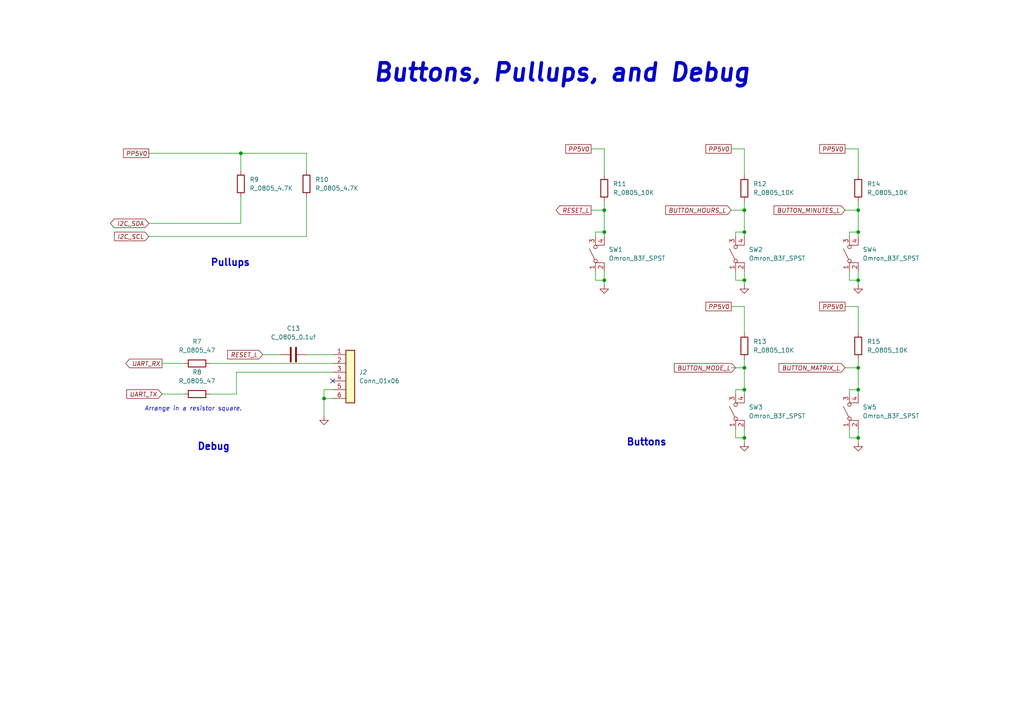
<source format=kicad_sch>
(kicad_sch (version 20211123) (generator eeschema)
  (paper "A4")
  (lib_symbols
    (symbol "HPS:C_0805_0.1uf" (pin_numbers hide) (pin_names (offset 0.254))
      (property "Reference" "C" (at 0.635 2.54 0))
      (property "Value" "C_0805_0.1uf" (at 0.635 -2.54 0))
      (symbol "C_0805_0.1uf_0_1"
        (polyline (pts (xy -2.032 -0.762) (xy 2.032 -0.762)) (stroke (width 0.508)))
        (polyline (pts (xy -2.032 0.762) (xy 2.032 0.762)) (stroke (width 0.508)))
      )
      (symbol "C_0805_0.1uf_1_1"
        (pin passive line (at 0 3.81 270) (length 2.794) (name "~") (number "1"))
        (pin passive line (at 0 -3.81 90) (length 2.794) (name "~") (number "2"))
      )
    )
    (symbol "HPS:Conn_01x06" (pin_names (offset 1.016) hide)
      (property "Reference" "J" (at 0 7.62 0))
      (property "Value" "Conn_01x06" (at 0 -10.16 0))
      (symbol "Conn_01x06_1_1"
        (rectangle (start -1.27 6.35) (end 1.27 -8.89) (stroke (width 0.254)) (fill (type background)))
        (pin passive line (at -5.08 5.08 0) (length 3.81) (name "Pin_1") (number "1"))
        (pin passive line (at -5.08 2.54 0) (length 3.81) (name "Pin_2") (number "2"))
        (pin passive line (at -5.08 0 0) (length 3.81) (name "Pin_3") (number "3"))
        (pin passive line (at -5.08 -2.54 0) (length 3.81) (name "Pin_4") (number "4"))
        (pin passive line (at -5.08 -5.08 0) (length 3.81) (name "Pin_5") (number "5"))
        (pin passive line (at -5.08 -7.62 0) (length 3.81) (name "Pin_6") (number "6"))
      )
    )
    (symbol "HPS:GND" (power) (pin_names (offset 0))
      (property "Value" "GND" (at 0 -3.81 0))
      (symbol "GND_0_1"
        (polyline (pts (xy 0 0) (xy 0 -1.27) (xy 1.27 -1.27) (xy 0 -2.54) (xy -1.27 -1.27) (xy 0 -1.27)))
      )
      (symbol "GND_1_1"
        (pin power_in line (at 0 0 270) (length 0) hide (name "GND") (number "1"))
      )
    )
    (symbol "HPS:Omron_B3F_SPST" (pin_names (offset 0) hide)
      (property "Reference" "SW" (at 0 5.08 0))
      (property "Value" "Omron_B3F_SPST" (at 0 2.54 0))
      (symbol "Omron_B3F_SPST_0_0"
        (circle (center -2.032 0) (radius 0.508))
        (polyline (pts (xy -1.524 0.254) (xy 1.524 1.778)))
        (circle (center 2.032 0) (radius 0.508))
      )
      (symbol "Omron_B3F_SPST_0_1"
        (polyline (pts (xy -2.54 0) (xy -2.54 -2.54)))
        (polyline (pts (xy 2.54 -2.54) (xy 2.54 0)))
      )
      (symbol "Omron_B3F_SPST_1_1"
        (pin passive line (at -5.08 0 0) (length 2.54) (name "A") (number "1"))
        (pin passive line (at -5.08 -2.54 0) (length 2.54) (name "A") (number "2"))
        (pin passive line (at 5.08 0 180) (length 2.54) (name "B") (number "3"))
        (pin passive line (at 5.08 -2.54 180) (length 2.54) (name "B") (number "4"))
      )
    )
    (symbol "HPS:R_0805_10K" (pin_numbers hide) (pin_names (offset 0))
      (property "Reference" "R" (at 2.032 0 90))
      (property "Value" "R_0805_10K" (at -2.54 0 90))
      (symbol "R_0805_10K_0_1"
        (rectangle (start -1.016 -2.54) (end 1.016 2.54) (stroke (width 0.254)))
      )
      (symbol "R_0805_10K_1_1"
        (pin passive line (at 0 3.81 270) (length 1.27) (name "~") (number "1"))
        (pin passive line (at 0 -3.81 90) (length 1.27) (name "~") (number "2"))
      )
    )
    (symbol "HPS:R_0805_4.7K" (pin_numbers hide) (pin_names (offset 0))
      (property "Reference" "R" (at 2.032 0 90))
      (property "Value" "R_0805_4.7K" (at -2.54 0 90))
      (symbol "R_0805_4.7K_0_1"
        (rectangle (start -1.016 -2.54) (end 1.016 2.54) (stroke (width 0.254)))
      )
      (symbol "R_0805_4.7K_1_1"
        (pin passive line (at 0 3.81 270) (length 1.27) (name "~") (number "1"))
        (pin passive line (at 0 -3.81 90) (length 1.27) (name "~") (number "2"))
      )
    )
    (symbol "HPS:R_0805_47" (pin_numbers hide) (pin_names (offset 0))
      (property "Reference" "R" (at 2.032 0 90))
      (property "Value" "R_0805_47" (at -2.54 0 90))
      (symbol "R_0805_47_0_1"
        (rectangle (start -1.016 -2.54) (end 1.016 2.54) (stroke (width 0.254)))
      )
      (symbol "R_0805_47_1_1"
        (pin passive line (at 0 3.81 270) (length 1.27) (name "~") (number "1"))
        (pin passive line (at 0 -3.81 90) (length 1.27) (name "~") (number "2"))
      )
    )
  )
  (junction (at 248.92 67.31))
  (junction (at 175.26 81.28))
  (junction (at 215.9 127))
  (junction (at 248.92 106.68))
  (junction (at 248.92 113.03))
  (junction (at 215.9 113.03))
  (junction (at 248.92 81.28))
  (junction (at 248.92 60.96))
  (junction (at 175.26 67.31))
  (junction (at 215.9 67.31))
  (junction (at 93.98 115.57))
  (junction (at 215.9 81.28))
  (junction (at 215.9 106.68))
  (junction (at 215.9 60.96))
  (junction (at 175.26 60.96))
  (junction (at 248.92 127))
  (junction (at 69.85 44.45))
  (no_connect (at 96.52 110.49))
  (wire (pts (xy 69.85 64.77) (xy 69.85 57.15)))
  (wire (pts (xy 215.9 58.42) (xy 215.9 60.96)))
  (wire (pts (xy 246.38 78.74) (xy 246.38 81.28)))
  (wire (pts (xy 69.85 49.53) (xy 69.85 44.45)))
  (wire (pts (xy 76.2 102.87) (xy 81.28 102.87)))
  (wire (pts (xy 60.96 114.3) (xy 68.58 114.3)))
  (wire (pts (xy 248.92 81.28) (xy 248.92 78.74)))
  (wire (pts (xy 248.92 43.18) (xy 248.92 50.8)))
  (wire (pts (xy 248.92 68.58) (xy 248.92 67.31)))
  (wire (pts (xy 213.36 124.46) (xy 213.36 127)))
  (wire (pts (xy 215.9 127) (xy 215.9 128.27)))
  (wire (pts (xy 248.92 88.9) (xy 248.92 96.52)))
  (wire (pts (xy 213.36 114.3) (xy 213.36 113.03)))
  (wire (pts (xy 246.38 81.28) (xy 248.92 81.28)))
  (wire (pts (xy 248.92 81.28) (xy 248.92 82.55)))
  (wire (pts (xy 43.18 64.77) (xy 69.85 64.77)))
  (wire (pts (xy 213.36 127) (xy 215.9 127)))
  (wire (pts (xy 175.26 81.28) (xy 175.26 82.55)))
  (wire (pts (xy 248.92 114.3) (xy 248.92 113.03)))
  (wire (pts (xy 248.92 58.42) (xy 248.92 60.96)))
  (wire (pts (xy 215.9 60.96) (xy 212.09 60.96)))
  (wire (pts (xy 175.26 60.96) (xy 175.26 67.31)))
  (wire (pts (xy 215.9 81.28) (xy 215.9 78.74)))
  (wire (pts (xy 215.9 106.68) (xy 212.09 106.68)))
  (wire (pts (xy 215.9 106.68) (xy 215.9 113.03)))
  (wire (pts (xy 93.98 115.57) (xy 93.98 113.03)))
  (wire (pts (xy 212.09 43.18) (xy 215.9 43.18)))
  (wire (pts (xy 172.72 78.74) (xy 172.72 81.28)))
  (wire (pts (xy 246.38 114.3) (xy 246.38 113.03)))
  (wire (pts (xy 213.36 68.58) (xy 213.36 67.31)))
  (wire (pts (xy 43.18 68.58) (xy 88.9 68.58)))
  (wire (pts (xy 213.36 78.74) (xy 213.36 81.28)))
  (wire (pts (xy 171.45 43.18) (xy 175.26 43.18)))
  (wire (pts (xy 88.9 49.53) (xy 88.9 44.45)))
  (wire (pts (xy 68.58 107.95) (xy 96.52 107.95)))
  (wire (pts (xy 88.9 68.58) (xy 88.9 57.15)))
  (wire (pts (xy 215.9 104.14) (xy 215.9 106.68)))
  (wire (pts (xy 46.99 114.3) (xy 53.34 114.3)))
  (wire (pts (xy 172.72 67.31) (xy 175.26 67.31)))
  (wire (pts (xy 248.92 127) (xy 248.92 128.27)))
  (wire (pts (xy 213.36 81.28) (xy 215.9 81.28)))
  (wire (pts (xy 212.09 88.9) (xy 215.9 88.9)))
  (wire (pts (xy 175.26 81.28) (xy 175.26 78.74)))
  (wire (pts (xy 215.9 60.96) (xy 215.9 67.31)))
  (wire (pts (xy 246.38 113.03) (xy 248.92 113.03)))
  (wire (pts (xy 93.98 115.57) (xy 96.52 115.57)))
  (wire (pts (xy 175.26 68.58) (xy 175.26 67.31)))
  (wire (pts (xy 43.18 44.45) (xy 69.85 44.45)))
  (wire (pts (xy 248.92 106.68) (xy 245.11 106.68)))
  (wire (pts (xy 246.38 67.31) (xy 248.92 67.31)))
  (wire (pts (xy 68.58 114.3) (xy 68.58 107.95)))
  (wire (pts (xy 93.98 113.03) (xy 96.52 113.03)))
  (wire (pts (xy 248.92 104.14) (xy 248.92 106.68)))
  (wire (pts (xy 215.9 88.9) (xy 215.9 96.52)))
  (wire (pts (xy 248.92 60.96) (xy 248.92 67.31)))
  (wire (pts (xy 175.26 58.42) (xy 175.26 60.96)))
  (wire (pts (xy 172.72 68.58) (xy 172.72 67.31)))
  (wire (pts (xy 175.26 60.96) (xy 171.45 60.96)))
  (wire (pts (xy 60.96 105.41) (xy 96.52 105.41)))
  (wire (pts (xy 213.36 113.03) (xy 215.9 113.03)))
  (wire (pts (xy 246.38 127) (xy 248.92 127)))
  (wire (pts (xy 245.11 43.18) (xy 248.92 43.18)))
  (wire (pts (xy 215.9 43.18) (xy 215.9 50.8)))
  (wire (pts (xy 248.92 60.96) (xy 245.11 60.96)))
  (wire (pts (xy 213.36 67.31) (xy 215.9 67.31)))
  (wire (pts (xy 215.9 127) (xy 215.9 124.46)))
  (wire (pts (xy 46.99 105.41) (xy 53.34 105.41)))
  (wire (pts (xy 215.9 81.28) (xy 215.9 82.55)))
  (wire (pts (xy 215.9 68.58) (xy 215.9 67.31)))
  (wire (pts (xy 69.85 44.45) (xy 88.9 44.45)))
  (wire (pts (xy 246.38 124.46) (xy 246.38 127)))
  (wire (pts (xy 245.11 88.9) (xy 248.92 88.9)))
  (wire (pts (xy 248.92 106.68) (xy 248.92 113.03)))
  (wire (pts (xy 248.92 127) (xy 248.92 124.46)))
  (wire (pts (xy 246.38 68.58) (xy 246.38 67.31)))
  (wire (pts (xy 93.98 115.57) (xy 93.98 120.65)))
  (wire (pts (xy 88.9 102.87) (xy 96.52 102.87)))
  (wire (pts (xy 175.26 43.18) (xy 175.26 50.8)))
  (wire (pts (xy 172.72 81.28) (xy 175.26 81.28)))
  (wire (pts (xy 215.9 114.3) (xy 215.9 113.03)))
  (text "Debug" (at 57.15 130.81 0) (effects (font (size 2 2) (thickness 0.4) bold) (justify left bottom)))
  (text "Buttons, Pullups, and Debug" (at 107.95 24.13 0) (effects (font (size 5 5) (thickness 1) bold italic) (justify left bottom)))
  (text "Pullups" (at 60.96 77.47 0) (effects (font (size 2 2) (thickness 0.4) bold) (justify left bottom)))
  (text "Buttons" (at 181.61 129.54 0) (effects (font (size 2 2) (thickness 0.4) bold) (justify left bottom)))
  (text "Arrange in a resistor square." (at 41.91 119.38 0) (effects (font (size 1.27 1.27) italic) (justify left bottom)))
  (global_label "PP5V0" (shape passive) (at 245.11 43.18 180) (effects (font italic)) (property "Intersheet References" "${INTERSHEET_REFS}" (effects hide)))
  (global_label "PP5V0" (shape passive) (at 171.45 43.18 180) (effects (font italic)) (property "Intersheet References" "${INTERSHEET_REFS}" (effects hide)))
  (global_label "BUTTON_MINUTES_L" (shape input) (at 245.11 60.96 180) (effects (font italic)) (property "Intersheet References" "${INTERSHEET_REFS}" (effects hide)))
  (global_label "PP5V0" (shape passive) (at 43.18 44.45 180) (effects (font italic)) (property "Intersheet References" "${INTERSHEET_REFS}" (effects hide)))
  (global_label "BUTTON_HOURS_L" (shape input) (at 212.09 60.96 180) (effects (font italic)) (property "Intersheet References" "${INTERSHEET_REFS}" (effects hide)))
  (global_label "RESET_L" (shape input) (at 76.2 102.87 180) (effects (font italic)) (property "Intersheet References" "${INTERSHEET_REFS}" (effects hide)))
  (global_label "UART_TX" (shape input) (at 46.99 114.3 180) (effects (font italic)) (property "Intersheet References" "${INTERSHEET_REFS}" (effects hide)))
  (global_label "BUTTON_MATRIX_L" (shape input) (at 245.11 106.68 180) (effects (font italic)) (property "Intersheet References" "${INTERSHEET_REFS}" (effects hide)))
  (global_label "BUTTON_MODE_L" (shape input) (at 213.36 106.68 180) (effects (font italic)) (property "Intersheet References" "${INTERSHEET_REFS}" (effects hide)))
  (global_label "UART_RX" (shape output) (at 46.99 105.41 180) (effects (font italic)) (property "Intersheet References" "${INTERSHEET_REFS}" (effects hide)))
  (global_label "RESET_L" (shape output) (at 171.45 60.96 180) (effects (font italic)) (property "Intersheet References" "${INTERSHEET_REFS}" (effects hide)))
  (global_label "PP5V0" (shape passive) (at 212.09 43.18 180) (effects (font italic)) (property "Intersheet References" "${INTERSHEET_REFS}" (effects hide)))
  (global_label "PP5V0" (shape passive) (at 212.09 88.9 180) (effects (font italic)) (property "Intersheet References" "${INTERSHEET_REFS}" (effects hide)))
  (global_label "I2C_SDA" (shape bidirectional) (at 43.18 64.77 180) (effects (font italic)) (property "Intersheet References" "${INTERSHEET_REFS}" (effects hide)))
  (global_label "I2C_SCL" (shape input) (at 43.18 68.58 180) (effects (font italic)) (property "Intersheet References" "${INTERSHEET_REFS}" (effects hide)))
  (global_label "PP5V0" (shape passive) (at 245.11 88.9 180) (effects (font italic)) (property "Intersheet References" "${INTERSHEET_REFS}" (effects hide)))
  (symbol (lib_id "HPS:R_0805_10K") (at 215.9 54.61 0) (unit 1)
    (property "Reference" "R12" (at 218.44 53.3399 0) (effects (justify left)))
    (property "Value" "R_0805_10K" (at 218.44 55.8799 0) (effects (justify left)))
    (property "Footprint" "footprints:R_0805_2012Metric" (effects hide))
    (property "Datasheet" "https://www.digikey.com/en/products/detail/yageo/RC0805FR-0710KL/727535" (effects hide))
    (property "MFG" "Yageo" (effects hide))
    (property "MPN" "RC0805FR-0710KL" (effects hide))
    (property "Digikey PN" "311-10.0KCRCT-ND" (effects hide))
    (property "Mouser PN" "N/A" (effects hide))
    (property "Power" "N/A" (effects hide))
    (property "Tolerance" "N/A" (effects hide))
  )
  (symbol (lib_id "HPS:Omron_B3F_SPST") (at 246.38 119.38 90) (unit 1)
    (property "Reference" "SW5" (at 250.19 118.1099 90) (effects (justify right)))
    (property "Value" "Omron_B3F_SPST" (at 250.19 120.6499 90) (effects (justify right)))
    (property "Footprint" "footprints:SW_SPST_Omron_B3FS-100xP" (effects hide))
    (property "Datasheet" "https://omronfs.omron.com/en_US/ecb/products/pdf/en-b3fs.pdf" (effects hide))
    (property "MFG" "Omron Electronics Inc-EMC Div" (effects hide))
    (property "MPN" "B3FS-1000P" (effects hide))
    (property "Digikey PN" "SW423CT-ND" (effects hide))
    (property "Mouser PN" "N/A" (effects hide))
  )
  (symbol (lib_id "HPS:GND") (at 175.26 82.55 0) (unit 1)
    (property "Reference" "#PWR0114" (effects hide))
    (property "Value" "GND" (effects hide))
  )
  (symbol (lib_id "HPS:Conn_01x06") (at 101.6 107.95 0) (unit 1)
    (property "Reference" "J2" (at 104.14 107.9499 0) (effects (justify left)))
    (property "Value" "Conn_01x06" (at 104.14 110.4899 0) (effects (justify left)))
    (property "Footprint" "footprints:PinHeader_1x06_P2.54mm_Vertical" (effects hide))
    (property "Datasheet" "https://www.we-online.de/katalog/datasheet/6130xx11121.pdf" (effects hide))
    (property "MFG" "Würth Elektronik" (effects hide))
    (property "MPN" "61300611121" (effects hide))
    (property "Digikey PN" "732-5319-ND" (effects hide))
    (property "Mouser PN" "N/A" (effects hide))
  )
  (symbol (lib_id "HPS:C_0805_0.1uf") (at 85.09 102.87 90) (unit 1)
    (property "Reference" "C13" (at 85.09 95.25 90))
    (property "Value" "C_0805_0.1uf" (at 85.09 97.79 90))
    (property "Footprint" "footprints:C_0805_2012Metric" (effects hide))
    (property "Datasheet" "https://datasheets.avx.com/X7RDielectric.pdf" (effects hide))
    (property "MFG" "AVX Corporation" (effects hide))
    (property "MPN" "08055C104KAT2A" (effects hide))
    (property "Digikey PN" "478-1395-1-ND" (effects hide))
    (property "Mouser PN" "N/A" (effects hide))
    (property "Voltage" "N/A" (effects hide))
    (property "Dielectric" "N/A" (effects hide))
    (property "Tolerance" "N/A" (effects hide))
  )
  (symbol (lib_id "HPS:R_0805_10K") (at 248.92 100.33 0) (unit 1)
    (property "Reference" "R15" (at 251.46 99.0599 0) (effects (justify left)))
    (property "Value" "R_0805_10K" (at 251.46 101.5999 0) (effects (justify left)))
    (property "Footprint" "footprints:R_0805_2012Metric" (effects hide))
    (property "Datasheet" "https://www.digikey.com/en/products/detail/yageo/RC0805FR-0710KL/727535" (effects hide))
    (property "MFG" "Yageo" (effects hide))
    (property "MPN" "RC0805FR-0710KL" (effects hide))
    (property "Digikey PN" "311-10.0KCRCT-ND" (effects hide))
    (property "Mouser PN" "N/A" (effects hide))
    (property "Power" "N/A" (effects hide))
    (property "Tolerance" "N/A" (effects hide))
  )
  (symbol (lib_id "HPS:GND") (at 248.92 128.27 0) (unit 1)
    (property "Reference" "#PWR0117" (effects hide))
    (property "Value" "GND" (effects hide))
  )
  (symbol (lib_id "HPS:GND") (at 93.98 120.65 0) (unit 1)
    (property "Reference" "#PWR0119" (effects hide))
    (property "Value" "GND" (effects hide))
  )
  (symbol (lib_id "HPS:GND") (at 248.92 82.55 0) (unit 1)
    (property "Reference" "#PWR0115" (effects hide))
    (property "Value" "GND" (effects hide))
  )
  (symbol (lib_id "HPS:R_0805_10K") (at 175.26 54.61 0) (unit 1)
    (property "Reference" "R11" (at 177.8 53.3399 0) (effects (justify left)))
    (property "Value" "R_0805_10K" (at 177.8 55.8799 0) (effects (justify left)))
    (property "Footprint" "footprints:R_0805_2012Metric" (effects hide))
    (property "Datasheet" "https://www.digikey.com/en/products/detail/yageo/RC0805FR-0710KL/727535" (effects hide))
    (property "MFG" "Yageo" (effects hide))
    (property "MPN" "RC0805FR-0710KL" (effects hide))
    (property "Digikey PN" "311-10.0KCRCT-ND" (effects hide))
    (property "Mouser PN" "N/A" (effects hide))
    (property "Power" "N/A" (effects hide))
    (property "Tolerance" "N/A" (effects hide))
  )
  (symbol (lib_id "HPS:R_0805_4.7K") (at 69.85 53.34 0) (unit 1)
    (property "Reference" "R9" (at 72.39 52.0699 0) (effects (justify left)))
    (property "Value" "R_0805_4.7K" (at 72.39 54.6099 0) (effects (justify left)))
    (property "Footprint" "footprints:R_0805_2012Metric" (effects hide))
    (property "Datasheet" "https://www.digikey.com/en/products/detail/yageo/RC0805FR-074K7L/727929" (effects hide))
    (property "MFG" "Yageo" (effects hide))
    (property "MPN" "RC0805FR-074K7L" (effects hide))
    (property "Digikey PN" "311-4.70KCRCT-ND" (effects hide))
    (property "Mouser PN" "N/A" (effects hide))
    (property "Power" "N/A" (effects hide))
    (property "Tolerance" "N/A" (effects hide))
  )
  (symbol (lib_id "HPS:R_0805_4.7K") (at 88.9 53.34 0) (unit 1)
    (property "Reference" "R10" (at 91.44 52.0699 0) (effects (justify left)))
    (property "Value" "R_0805_4.7K" (at 91.44 54.6099 0) (effects (justify left)))
    (property "Footprint" "footprints:R_0805_2012Metric" (effects hide))
    (property "Datasheet" "https://www.digikey.com/en/products/detail/yageo/RC0805FR-074K7L/727929" (effects hide))
    (property "MFG" "Yageo" (effects hide))
    (property "MPN" "RC0805FR-074K7L" (effects hide))
    (property "Digikey PN" "311-4.70KCRCT-ND" (effects hide))
    (property "Mouser PN" "N/A" (effects hide))
    (property "Power" "N/A" (effects hide))
    (property "Tolerance" "N/A" (effects hide))
  )
  (symbol (lib_id "HPS:R_0805_47") (at 57.15 114.3 90) (unit 1)
    (property "Reference" "R8" (at 57.15 107.95 90))
    (property "Value" "R_0805_47" (at 57.15 110.49 90))
    (property "Footprint" "footprints:R_0805_2012Metric" (effects hide))
    (property "Datasheet" "https://www.digikey.com/en/products/detail/yageo/RC0805FR-0747RL/727972" (effects hide))
    (property "MFG" "Yageo" (effects hide))
    (property "Digikey PN" "RC0805FR-0747RL " (effects hide))
    (property "Mouser PN" "N/A" (effects hide))
    (property "Power" "N/A" (effects hide))
    (property "Tolerance" "N/A" (effects hide))
    (property "MPN" "RC0805FR-0747RL " (effects hide))
  )
  (symbol (lib_id "HPS:R_0805_10K") (at 215.9 100.33 0) (unit 1)
    (property "Reference" "R13" (at 218.44 99.0599 0) (effects (justify left)))
    (property "Value" "R_0805_10K" (at 218.44 101.5999 0) (effects (justify left)))
    (property "Footprint" "footprints:R_0805_2012Metric" (effects hide))
    (property "Datasheet" "https://www.digikey.com/en/products/detail/yageo/RC0805FR-0710KL/727535" (effects hide))
    (property "MFG" "Yageo" (effects hide))
    (property "MPN" "RC0805FR-0710KL" (effects hide))
    (property "Digikey PN" "311-10.0KCRCT-ND" (effects hide))
    (property "Mouser PN" "N/A" (effects hide))
    (property "Power" "N/A" (effects hide))
    (property "Tolerance" "N/A" (effects hide))
  )
  (symbol (lib_id "HPS:Omron_B3F_SPST") (at 213.36 73.66 90) (unit 1)
    (property "Reference" "SW2" (at 217.17 72.3899 90) (effects (justify right)))
    (property "Value" "Omron_B3F_SPST" (at 217.17 74.9299 90) (effects (justify right)))
    (property "Footprint" "footprints:SW_SPST_Omron_B3FS-100xP" (effects hide))
    (property "Datasheet" "https://omronfs.omron.com/en_US/ecb/products/pdf/en-b3fs.pdf" (effects hide))
    (property "MFG" "Omron Electronics Inc-EMC Div" (effects hide))
    (property "MPN" "B3FS-1000P" (effects hide))
    (property "Digikey PN" "SW423CT-ND" (effects hide))
    (property "Mouser PN" "N/A" (effects hide))
  )
  (symbol (lib_id "HPS:Omron_B3F_SPST") (at 213.36 119.38 90) (unit 1)
    (property "Reference" "SW3" (at 217.17 118.1099 90) (effects (justify right)))
    (property "Value" "Omron_B3F_SPST" (at 217.17 120.6499 90) (effects (justify right)))
    (property "Footprint" "footprints:SW_SPST_Omron_B3FS-100xP" (effects hide))
    (property "Datasheet" "https://omronfs.omron.com/en_US/ecb/products/pdf/en-b3fs.pdf" (effects hide))
    (property "MFG" "Omron Electronics Inc-EMC Div" (effects hide))
    (property "MPN" "B3FS-1000P" (effects hide))
    (property "Digikey PN" "SW423CT-ND" (effects hide))
    (property "Mouser PN" "N/A" (effects hide))
  )
  (symbol (lib_id "HPS:Omron_B3F_SPST") (at 172.72 73.66 90) (unit 1)
    (property "Reference" "SW1" (at 176.53 72.3899 90) (effects (justify right)))
    (property "Value" "Omron_B3F_SPST" (at 176.53 74.9299 90) (effects (justify right)))
    (property "Footprint" "footprints:SW_SPST_Omron_B3FS-100xP" (effects hide))
    (property "Datasheet" "https://omronfs.omron.com/en_US/ecb/products/pdf/en-b3fs.pdf" (effects hide))
    (property "MFG" "Omron Electronics Inc-EMC Div" (effects hide))
    (property "MPN" "B3FS-1000P" (effects hide))
    (property "Digikey PN" "SW423CT-ND" (effects hide))
    (property "Mouser PN" "N/A" (effects hide))
  )
  (symbol (lib_id "HPS:R_0805_10K") (at 248.92 54.61 0) (unit 1)
    (property "Reference" "R14" (at 251.46 53.3399 0) (effects (justify left)))
    (property "Value" "R_0805_10K" (at 251.46 55.8799 0) (effects (justify left)))
    (property "Footprint" "footprints:R_0805_2012Metric" (effects hide))
    (property "Datasheet" "https://www.digikey.com/en/products/detail/yageo/RC0805FR-0710KL/727535" (effects hide))
    (property "MFG" "Yageo" (effects hide))
    (property "MPN" "RC0805FR-0710KL" (effects hide))
    (property "Digikey PN" "311-10.0KCRCT-ND" (effects hide))
    (property "Mouser PN" "N/A" (effects hide))
    (property "Power" "N/A" (effects hide))
    (property "Tolerance" "N/A" (effects hide))
  )
  (symbol (lib_id "HPS:GND") (at 215.9 128.27 0) (unit 1)
    (property "Reference" "#PWR0118" (effects hide))
    (property "Value" "GND" (effects hide))
  )
  (symbol (lib_id "HPS:R_0805_47") (at 57.15 105.41 90) (unit 1)
    (property "Reference" "R7" (at 57.15 99.06 90))
    (property "Value" "R_0805_47" (at 57.15 101.6 90))
    (property "Footprint" "footprints:R_0805_2012Metric" (effects hide))
    (property "Datasheet" "https://www.digikey.com/en/products/detail/yageo/RC0805FR-0747RL/727972" (effects hide))
    (property "MFG" "Yageo" (effects hide))
    (property "Digikey PN" "RC0805FR-0747RL " (effects hide))
    (property "Mouser PN" "N/A" (effects hide))
    (property "Power" "N/A" (effects hide))
    (property "Tolerance" "N/A" (effects hide))
    (property "MPN" "RC0805FR-0747RL " (effects hide))
  )
  (symbol (lib_id "HPS:Omron_B3F_SPST") (at 246.38 73.66 90) (unit 1)
    (property "Reference" "SW4" (at 250.19 72.3899 90) (effects (justify right)))
    (property "Value" "Omron_B3F_SPST" (at 250.19 74.9299 90) (effects (justify right)))
    (property "Footprint" "footprints:SW_SPST_Omron_B3FS-100xP" (effects hide))
    (property "Datasheet" "https://omronfs.omron.com/en_US/ecb/products/pdf/en-b3fs.pdf" (effects hide))
    (property "MFG" "Omron Electronics Inc-EMC Div" (effects hide))
    (property "MPN" "B3FS-1000P" (effects hide))
    (property "Digikey PN" "SW423CT-ND" (effects hide))
    (property "Mouser PN" "N/A" (effects hide))
  )
  (symbol (lib_id "HPS:GND") (at 215.9 82.55 0) (unit 1)
    (property "Reference" "#PWR0116" (effects hide))
    (property "Value" "GND" (effects hide))
  )
)
</source>
